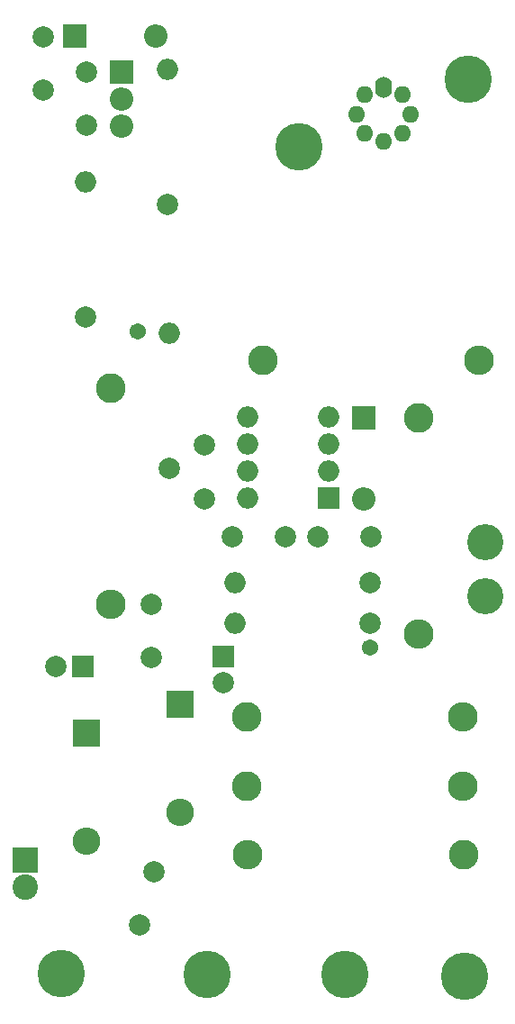
<source format=gbr>
G04 #@! TF.FileFunction,Soldermask,Bot*
%FSLAX46Y46*%
G04 Gerber Fmt 4.6, Leading zero omitted, Abs format (unit mm)*
G04 Created by KiCad (PCBNEW 4.0.5) date Saturday, 16 December 2017 'PMt' 23:42:59*
%MOMM*%
%LPD*%
G01*
G04 APERTURE LIST*
%ADD10C,0.150000*%
%ADD11C,2.800000*%
%ADD12O,2.800000X2.800000*%
%ADD13C,3.400000*%
%ADD14C,4.464000*%
%ADD15C,2.000000*%
%ADD16O,2.000000X2.000000*%
%ADD17R,2.000000X2.000000*%
%ADD18R,2.200000X2.200000*%
%ADD19O,2.200000X2.200000*%
%ADD20R,2.600000X2.600000*%
%ADD21O,2.600000X2.600000*%
%ADD22O,1.600000X2.000000*%
%ADD23O,1.600000X1.600000*%
%ADD24C,1.543000*%
%ADD25R,2.400000X2.400000*%
%ADD26C,2.400000*%
G04 APERTURE END LIST*
D10*
D11*
X169672000Y-92456000D03*
D12*
X169672000Y-112776000D03*
D13*
X175895000Y-104140000D03*
D14*
X158432500Y-66992500D03*
D15*
X146050000Y-72390000D03*
D16*
X146050000Y-59690000D03*
D17*
X161195000Y-99997000D03*
D16*
X153575000Y-92377000D03*
X161195000Y-97457000D03*
X153575000Y-94917000D03*
X161195000Y-94917000D03*
X153575000Y-97457000D03*
X161195000Y-92377000D03*
X153575000Y-99997000D03*
D18*
X164465000Y-92456000D03*
D19*
X164465000Y-100076000D03*
D18*
X137287000Y-56578500D03*
D19*
X144907000Y-56578500D03*
D20*
X147193000Y-119380000D03*
D21*
X147193000Y-129540000D03*
D22*
X166370000Y-61341000D03*
D23*
X164573949Y-62084949D03*
X163830000Y-63881000D03*
X164573949Y-65677051D03*
X166370000Y-66421000D03*
X168166051Y-65677051D03*
X168910000Y-63881000D03*
X168166051Y-62084949D03*
D15*
X138303000Y-82931000D03*
D16*
X138303000Y-70231000D03*
D15*
X165100000Y-111760000D03*
D16*
X152400000Y-111760000D03*
D15*
X143446500Y-140144500D03*
X144746500Y-135144500D03*
D20*
X138430000Y-122047000D03*
D21*
X138430000Y-132207000D03*
D18*
X141732000Y-59944000D03*
D19*
X141732000Y-62484000D03*
X141732000Y-65024000D03*
D15*
X138430000Y-64944000D03*
X138430000Y-59944000D03*
X165147000Y-103632000D03*
X160147000Y-103632000D03*
X144526000Y-109982000D03*
X144526000Y-114982000D03*
X134366000Y-61595000D03*
X134366000Y-56595000D03*
X152146000Y-103632000D03*
X157146000Y-103632000D03*
X149500000Y-95032000D03*
X149500000Y-100032000D03*
X165100000Y-107950000D03*
D16*
X152400000Y-107950000D03*
D24*
X143256000Y-84328000D03*
X165100000Y-114046000D03*
D14*
X162687000Y-144780000D03*
X136017000Y-144653000D03*
X149733000Y-144780000D03*
X173990000Y-144907000D03*
D15*
X146177000Y-97155000D03*
D16*
X146177000Y-84455000D03*
D11*
X155003500Y-87058500D03*
D12*
X175323500Y-87058500D03*
D11*
X140716000Y-89662000D03*
D12*
X140716000Y-109982000D03*
D11*
X153479500Y-127063500D03*
D12*
X173799500Y-127063500D03*
D11*
X173863000Y-133540500D03*
D12*
X153543000Y-133540500D03*
D11*
X153479500Y-120586500D03*
D12*
X173799500Y-120586500D03*
D13*
X175895000Y-109220000D03*
D14*
X174307500Y-60642500D03*
D25*
X132651500Y-133985000D03*
D26*
X132651500Y-136525000D03*
D17*
X151257000Y-114848000D03*
D15*
X151257000Y-117348000D03*
D17*
X138049000Y-115824000D03*
D15*
X135549000Y-115824000D03*
M02*

</source>
